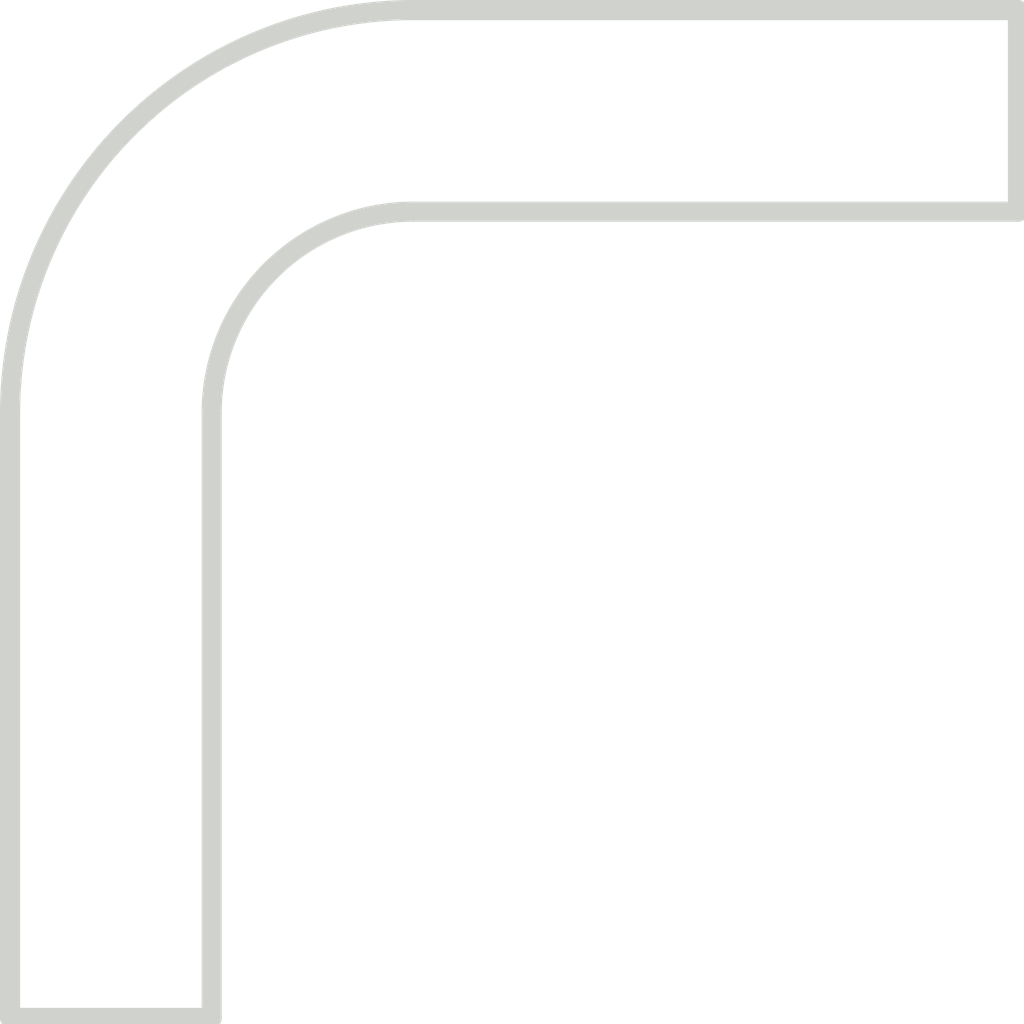
<source format=kicad_pcb>
(kicad_pcb (version 3) (host pcbnew "(2013-feb-26)-stable")

  (general
    (links 0)
    (no_connects 0)
    (area 6.899999 72.497739 274.284439 290.100001)
    (thickness 1.6002)
    (drawings 8)
    (tracks 0)
    (zones 0)
    (modules 0)
    (nets 1)
  )

  (page A3)
  (layers
    (15 Front signal)
    (0 Back signal)
    (16 B.Adhes user)
    (17 F.Adhes user)
    (18 B.Paste user)
    (19 F.Paste user)
    (20 B.SilkS user)
    (21 F.SilkS user)
    (22 B.Mask user)
    (23 F.Mask user)
    (24 Dwgs.User user)
    (25 Cmts.User user)
    (26 Eco1.User user)
    (27 Eco2.User user)
    (28 Edge.Cuts user)
  )

  (setup
    (last_trace_width 0.2032)
    (trace_clearance 0.254)
    (zone_clearance 0.508)
    (zone_45_only no)
    (trace_min 0.2032)
    (segment_width 0.1)
    (edge_width 0.1)
    (via_size 0.889)
    (via_drill 0.635)
    (via_min_size 0.889)
    (via_min_drill 0.508)
    (uvia_size 0.508)
    (uvia_drill 0.127)
    (uvias_allowed no)
    (uvia_min_size 0.508)
    (uvia_min_drill 0.127)
    (pcb_text_width 0.3048)
    (pcb_text_size 1.524 2.032)
    (mod_edge_width 0.1)
    (mod_text_size 1.524 1.524)
    (mod_text_width 0.3048)
    (pad_size 1.99898 2.39776)
    (pad_drill 0)
    (pad_to_mask_clearance 0.254)
    (aux_axis_origin 0 0)
    (visible_elements 7FFF7BFF)
    (pcbplotparams
      (layerselection 3964929)
      (usegerberextensions true)
      (excludeedgelayer true)
      (linewidth 60)
      (plotframeref false)
      (viasonmask false)
      (mode 1)
      (useauxorigin false)
      (hpglpennumber 1)
      (hpglpenspeed 20)
      (hpglpendiameter 15)
      (hpglpenoverlay 2)
      (psnegative false)
      (psa4output false)
      (plotreference true)
      (plotvalue true)
      (plotothertext true)
      (plotinvisibletext false)
      (padsonsilk false)
      (subtractmaskfromsilk false)
      (outputformat 1)
      (mirror false)
      (drillshape 0)
      (scaleselection 1)
      (outputdirectory gerbers))
  )

  (net 0 "")

  (net_class Default "This is the default net class."
    (clearance 0.254)
    (trace_width 0.2032)
    (via_dia 0.889)
    (via_drill 0.635)
    (uvia_dia 0.508)
    (uvia_drill 0.127)
    (add_net "")
  )

  (gr_line (start 5.25 -4.15) (end 2.25 -4.15) (angle 90) (layer Edge.Cuts) (width 0.1) (tstamp 516817D0))
  (gr_line (start 5.25 -5.15) (end 5.25 -4.15) (angle 90) (layer Edge.Cuts) (width 0.1) (tstamp 516817CF))
  (gr_line (start 2.25 -5.15) (end 5.25 -5.15) (angle 90) (layer Edge.Cuts) (width 0.1) (tstamp 516817CE))
  (gr_line (start 1.25 -0.15) (end 1.25 -3.15) (angle 90) (layer Edge.Cuts) (width 0.1) (tstamp 516817CD))
  (gr_line (start 0.25 -0.15) (end 1.25 -0.15) (angle 90) (layer Edge.Cuts) (width 0.1) (tstamp 516817CC))
  (gr_line (start 0.25 -3.15) (end 0.25 -0.15) (angle 90) (layer Edge.Cuts) (width 0.1) (tstamp 516817CB))
  (gr_arc (start 2.25 -3.15) (end 2.25 -4.15) (angle -90) (layer Edge.Cuts) (width 0.1) (tstamp 516817CA))
  (gr_arc (start 2.25 -3.15) (end 2.25 -5.15) (angle -90) (layer Edge.Cuts) (width 0.1) (tstamp 516817C9))

)

</source>
